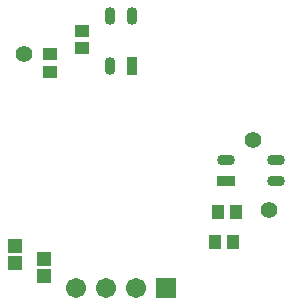
<source format=gbr>
%FSDAX33Y33*%
%MOMM*%
%SFA1B1*%

%IPPOS*%
%ADD11O,1.503200X0.903201*%
%ADD12R,1.503200X0.903201*%
%ADD13R,1.003201X1.253200*%
%ADD14R,1.303200X1.203201*%
%ADD15R,1.253200X1.003201*%
%ADD16O,0.903201X1.503200*%
%ADD17R,0.903201X1.503200*%
%ADD18C,1.703200*%
%ADD19R,1.703200X1.703200*%
%ADD20C,1.403200*%
%LNtopmask-1*%
%LPD*%
G54D14*
X065125Y028750D03*
Y030200D03*
X067625Y027650D03*
Y029100D03*
G54D15*
X068126Y044925D03*
Y046425D03*
G54D18*
X070285Y026675D03*
G54D15*
X070825Y046925D03*
Y048425D03*
G54D18*
X072825Y026675D03*
G54D16*
X073225Y045475D03*
Y049675D03*
G54D17*
X075025Y045475D03*
G54D16*
X075025Y049675D03*
G54D18*
X075365Y026675D03*
G54D19*
X077905Y026675D03*
G54D13*
X082125Y030575D03*
X082375Y033075D03*
G54D12*
X083025Y035675D03*
G54D11*
X083025Y037475D03*
G54D13*
X083625Y030575D03*
X083875Y033075D03*
G54D11*
X087225Y035675D03*
Y037475D03*
G54D20*
X065875Y046425D03*
X085325Y039175D03*
X086625Y033275D03*
M02*
</source>
